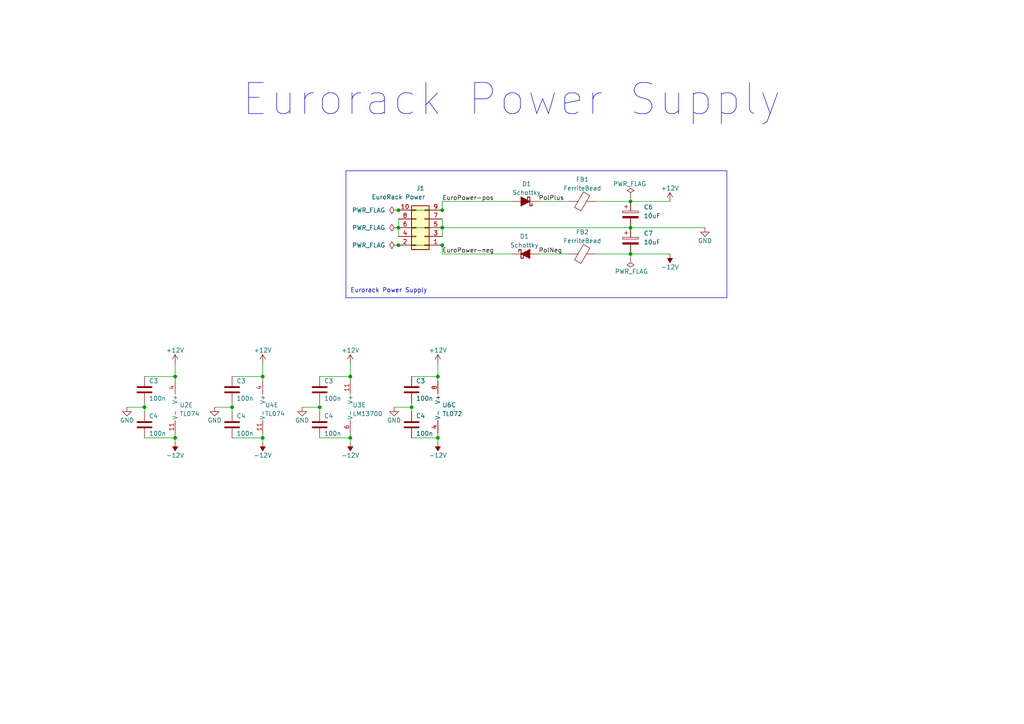
<source format=kicad_sch>
(kicad_sch (version 20230121) (generator eeschema)
  (paper "A4")
  (lib_symbols
    (symbol "*SCS:C-THL" (pin_numbers hide) (pin_names (offset 0.254))
      (property "Reference" "C" (at 0.635 2.54 0))
      (property "Value" "C" (at 0.635 -2.54 0))
      (symbol "C-THL_0_1"
        (polyline (pts (xy -2.032 -0.762) (xy 2.032 -0.762)) (stroke (width 0.508)))
        (polyline (pts (xy -2.032 0.762) (xy 2.032 0.762)) (stroke (width 0.508)))
      )
      (symbol "C-THL_1_1"
        (pin passive line (at 0 3.81 270) (length 2.794) (name "~") (number "1"))
        (pin passive line (at 0 -3.81 90) (length 2.794) (name "~") (number "2"))
      )
    )
    (symbol "*SCS:D_Schottky-THL" (pin_numbers hide) (pin_names (offset 1.016) hide)
      (property "Reference" "D" (at 0 2.54 0))
      (property "Value" "D_Schottky-THL" (at 0 -2.54 0))
      (symbol "D_Schottky-THL_0_1"
        (polyline (pts (xy 1.27 0) (xy -1.27 0)))
        (polyline (pts (xy -1.905 0.635) (xy -1.905 1.27) (xy -1.27 1.27) (xy -1.27 -1.27) (xy -0.635 -1.27) (xy -0.635 -0.635)) (stroke (width 0.254)))
      )
      (symbol "D_Schottky-THL_1_1"
        (polyline (pts (xy 1.27 1.27) (xy 1.27 -1.27) (xy -1.27 0) (xy 1.27 1.27)) (stroke (width 0.254)) (fill (type outline)))
        (pin passive line (at -3.81 0 0) (length 2.54) (name "K") (number "1"))
        (pin passive line (at 3.81 0 180) (length 2.54) (name "A") (number "2"))
      )
    )
    (symbol "*SCS:TL072" (pin_names (offset 0.127))
      (property "Reference" "U" (at 0.635 -3.81 0))
      (property "Value" "TL072" (at -3.81 0 0))
      (symbol "TL072_1_1"
        (polyline (pts (xy -5.08 5.08) (xy 5.08 0) (xy -5.08 -5.08) (xy -5.08 5.08)) (stroke (width 0.254)) (fill (type background)))
        (pin output line (at 7.62 0 180) (length 2.54) (name "~") (number "1"))
        (pin input line (at -7.62 -2.54 0) (length 2.54) (name "-") (number "2"))
        (pin input line (at -7.62 2.54 0) (length 2.54) (name "+") (number "3"))
      )
      (symbol "TL072_2_1"
        (polyline (pts (xy -5.08 5.08) (xy 5.08 0) (xy -5.08 -5.08) (xy -5.08 5.08)) (stroke (width 0.254)) (fill (type background)))
        (pin input line (at -7.62 2.54 0) (length 2.54) (name "+") (number "5"))
        (pin input line (at -7.62 -2.54 0) (length 2.54) (name "-") (number "6"))
        (pin output line (at 7.62 0 180) (length 2.54) (name "~") (number "7"))
      )
      (symbol "TL072_3_1"
        (pin power_in line (at -2.54 -7.62 90) (length 3.81) (name "V-") (number "4"))
        (pin power_in line (at -2.54 7.62 270) (length 3.81) (name "V+") (number "8"))
      )
    )
    (symbol "+12V_1" (power) (pin_numbers hide) (pin_names (offset 0) hide)
      (property "Value" "+12V_1" (at 0 3.556 0))
      (symbol "+12V_1_0_1"
        (polyline (pts (xy -0.762 1.27) (xy 0 2.54)))
        (polyline (pts (xy 0 0) (xy 0 2.54)))
        (polyline (pts (xy 0 2.54) (xy 0.762 1.27)))
      )
      (symbol "+12V_1_1_1"
        (pin power_in line (at 0 0 90) (length 0) hide (name "+12V") (number "1"))
      )
    )
    (symbol "Amplifier_Operational:LM13700" (pin_names (offset 0.127))
      (property "Reference" "U" (at 3.81 5.08 0))
      (property "Value" "LM13700" (at 5.08 -5.08 0))
      (symbol "LM13700_1_1"
        (polyline (pts (xy 3.81 -0.635) (xy 3.81 -2.54) (xy 5.08 -2.54)))
        (polyline (pts (xy 5.08 0) (xy -5.08 -5.08) (xy -5.08 5.08) (xy 5.08 0)) (stroke (width 0.254)) (fill (type background)))
        (pin output line (at 7.62 0 180) (length 2.54) (name "~") (number "12"))
        (pin input line (at -7.62 2.54 0) (length 2.54) (name "-") (number "13"))
        (pin input line (at -7.62 -2.54 0) (length 2.54) (name "+") (number "14"))
        (pin input line (at -7.62 0 0) (length 2.54) (name "DIODE_BIAS") (number "15"))
        (pin input line (at 7.62 -2.54 180) (length 2.54) (name "~") (number "16"))
      )
      (symbol "LM13700_2_0"
        (polyline (pts (xy -1.905 2.54) (xy -3.175 2.54)))
      )
      (symbol "LM13700_2_1"
        (circle (center -2.54 1.905) (radius 0.254) (stroke (width 0.254)) (fill (type outline)))
        (polyline (pts (xy -3.81 -0.635) (xy -2.54 -1.27)))
        (polyline (pts (xy -3.81 1.27) (xy -3.81 -1.27)))
        (polyline (pts (xy -2.54 -1.905) (xy -1.27 -2.54)))
        (polyline (pts (xy -2.54 0) (xy -2.54 -2.54)))
        (polyline (pts (xy -3.81 0.635) (xy -2.54 1.27) (xy -2.54 1.905) (xy -2.54 2.54)))
        (polyline (pts (xy -2.54 -1.27) (xy -3.175 -0.635) (xy -3.175 -1.27) (xy -2.54 -1.27)) (fill (type outline)))
        (polyline (pts (xy -2.54 -0.635) (xy -1.27 0) (xy -1.27 1.905) (xy -2.54 1.905)))
        (polyline (pts (xy -1.27 -2.54) (xy -1.905 -1.905) (xy -1.905 -2.54) (xy -1.27 -2.54)) (fill (type outline)))
        (text "V+" (at -2.54 3.81 0) (effects (font (size 1.27 1.27))))
        (pin input line (at -7.62 0 0) (length 3.81) (name "~") (number "10"))
        (pin output line (at 2.54 -2.54 180) (length 3.81) (name "~") (number "9"))
      )
      (symbol "LM13700_3_1"
        (polyline (pts (xy 3.81 -0.635) (xy 3.81 -2.54) (xy 5.08 -2.54)))
        (polyline (pts (xy 5.08 0) (xy -5.08 -5.08) (xy -5.08 5.08) (xy 5.08 0)) (stroke (width 0.254)) (fill (type background)))
        (pin input line (at 7.62 -2.54 180) (length 2.54) (name "~") (number "1"))
        (pin input line (at -7.62 0 0) (length 2.54) (name "DIODE_BIAS") (number "2"))
        (pin input line (at -7.62 -2.54 0) (length 2.54) (name "+") (number "3"))
        (pin input line (at -7.62 2.54 0) (length 2.54) (name "-") (number "4"))
        (pin output line (at 7.62 0 180) (length 2.54) (name "~") (number "5"))
      )
      (symbol "LM13700_4_0"
        (polyline (pts (xy -3.175 2.54) (xy -1.905 2.54)))
        (text "V+" (at -2.54 3.81 0) (effects (font (size 1.27 1.27))))
      )
      (symbol "LM13700_4_1"
        (circle (center -2.54 1.905) (radius 0.254) (stroke (width 0.254)) (fill (type outline)))
        (polyline (pts (xy -3.81 -0.635) (xy -2.54 -1.27)))
        (polyline (pts (xy -3.81 1.27) (xy -3.81 -1.27)))
        (polyline (pts (xy -2.54 -1.905) (xy -1.27 -2.54)))
        (polyline (pts (xy -2.54 0) (xy -2.54 -2.54)))
        (polyline (pts (xy -3.81 0.635) (xy -2.54 1.27) (xy -2.54 2.54)))
        (polyline (pts (xy -2.54 -1.27) (xy -3.175 -0.635) (xy -3.175 -1.27) (xy -2.54 -1.27)) (fill (type outline)))
        (polyline (pts (xy -2.54 -0.635) (xy -1.27 0) (xy -1.27 1.905) (xy -2.54 1.905)))
        (polyline (pts (xy -1.27 -2.54) (xy -1.905 -1.905) (xy -1.905 -2.54) (xy -1.27 -2.54)) (fill (type outline)))
        (pin input line (at -7.62 0 0) (length 3.81) (name "~") (number "7"))
        (pin output line (at 2.54 -2.54 180) (length 3.81) (name "~") (number "8"))
      )
      (symbol "LM13700_5_1"
        (pin power_in line (at -2.54 7.62 270) (length 3.81) (name "V+") (number "11"))
        (pin power_in line (at -2.54 -7.62 90) (length 3.81) (name "V-") (number "6"))
      )
    )
    (symbol "Amplifier_Operational:TL074" (pin_names (offset 0.127))
      (property "Reference" "U" (at 0 5.08 0))
      (property "Value" "TL074" (at 0 -5.08 0))
      (symbol "TL074_1_1"
        (polyline (pts (xy -5.08 5.08) (xy 5.08 0) (xy -5.08 -5.08) (xy -5.08 5.08)) (stroke (width 0.254)) (fill (type background)))
        (pin output line (at 7.62 0 180) (length 2.54) (name "~") (number "1"))
        (pin input line (at -7.62 -2.54 0) (length 2.54) (name "-") (number "2"))
        (pin input line (at -7.62 2.54 0) (length 2.54) (name "+") (number "3"))
      )
      (symbol "TL074_2_1"
        (polyline (pts (xy -5.08 5.08) (xy 5.08 0) (xy -5.08 -5.08) (xy -5.08 5.08)) (stroke (width 0.254)) (fill (type background)))
        (pin input line (at -7.62 2.54 0) (length 2.54) (name "+") (number "5"))
        (pin input line (at -7.62 -2.54 0) (length 2.54) (name "-") (number "6"))
        (pin output line (at 7.62 0 180) (length 2.54) (name "~") (number "7"))
      )
      (symbol "TL074_3_1"
        (polyline (pts (xy -5.08 5.08) (xy 5.08 0) (xy -5.08 -5.08) (xy -5.08 5.08)) (stroke (width 0.254)) (fill (type background)))
        (pin input line (at -7.62 2.54 0) (length 2.54) (name "+") (number "10"))
        (pin output line (at 7.62 0 180) (length 2.54) (name "~") (number "8"))
        (pin input line (at -7.62 -2.54 0) (length 2.54) (name "-") (number "9"))
      )
      (symbol "TL074_4_1"
        (polyline (pts (xy -5.08 5.08) (xy 5.08 0) (xy -5.08 -5.08) (xy -5.08 5.08)) (stroke (width 0.254)) (fill (type background)))
        (pin input line (at -7.62 2.54 0) (length 2.54) (name "+") (number "12"))
        (pin input line (at -7.62 -2.54 0) (length 2.54) (name "-") (number "13"))
        (pin output line (at 7.62 0 180) (length 2.54) (name "~") (number "14"))
      )
      (symbol "TL074_5_1"
        (pin power_in line (at -2.54 -7.62 90) (length 3.81) (name "V-") (number "11"))
        (pin power_in line (at -2.54 7.62 270) (length 3.81) (name "V+") (number "4"))
      )
    )
    (symbol "Connector_Generic:Conn_02x05_Odd_Even" (pin_names (offset 1.016) hide)
      (property "Reference" "J" (at 1.27 7.62 0))
      (property "Value" "Conn_02x05_Odd_Even" (at 1.27 -7.62 0))
      (symbol "Conn_02x05_Odd_Even_1_1"
        (rectangle (start -1.27 -4.953) (end 0 -5.207) (stroke (width 0.1524)))
        (rectangle (start -1.27 -2.413) (end 0 -2.667) (stroke (width 0.1524)))
        (rectangle (start -1.27 0.127) (end 0 -0.127) (stroke (width 0.1524)))
        (rectangle (start -1.27 2.667) (end 0 2.413) (stroke (width 0.1524)))
        (rectangle (start -1.27 5.207) (end 0 4.953) (stroke (width 0.1524)))
        (rectangle (start -1.27 6.35) (end 3.81 -6.35) (stroke (width 0.254)) (fill (type background)))
        (rectangle (start 3.81 -4.953) (end 2.54 -5.207) (stroke (width 0.1524)))
        (rectangle (start 3.81 -2.413) (end 2.54 -2.667) (stroke (width 0.1524)))
        (rectangle (start 3.81 0.127) (end 2.54 -0.127) (stroke (width 0.1524)))
        (rectangle (start 3.81 2.667) (end 2.54 2.413) (stroke (width 0.1524)))
        (rectangle (start 3.81 5.207) (end 2.54 4.953) (stroke (width 0.1524)))
        (pin passive line (at -5.08 5.08 0) (length 3.81) (name "Pin_1") (number "1"))
        (pin passive line (at 7.62 -5.08 180) (length 3.81) (name "Pin_10") (number "10"))
        (pin passive line (at 7.62 5.08 180) (length 3.81) (name "Pin_2") (number "2"))
        (pin passive line (at -5.08 2.54 0) (length 3.81) (name "Pin_3") (number "3"))
        (pin passive line (at 7.62 2.54 180) (length 3.81) (name "Pin_4") (number "4"))
        (pin passive line (at -5.08 0 0) (length 3.81) (name "Pin_5") (number "5"))
        (pin passive line (at 7.62 0 180) (length 3.81) (name "Pin_6") (number "6"))
        (pin passive line (at -5.08 -2.54 0) (length 3.81) (name "Pin_7") (number "7"))
        (pin passive line (at 7.62 -2.54 180) (length 3.81) (name "Pin_8") (number "8"))
        (pin passive line (at -5.08 -5.08 0) (length 3.81) (name "Pin_9") (number "9"))
      )
    )
    (symbol "Device:C_Polarized" (pin_numbers hide) (pin_names (offset 0.254))
      (property "Reference" "C" (at 0.635 2.54 0))
      (property "Value" "C_Polarized" (at 0.635 -2.54 0))
      (symbol "C_Polarized_0_1"
        (rectangle (start -2.286 0.508) (end 2.286 1.016))
        (polyline (pts (xy -1.778 2.286) (xy -0.762 2.286)))
        (polyline (pts (xy -1.27 2.794) (xy -1.27 1.778)))
        (rectangle (start 2.286 -0.508) (end -2.286 -1.016) (fill (type outline)))
      )
      (symbol "C_Polarized_1_1"
        (pin passive line (at 0 3.81 270) (length 2.794) (name "~") (number "1"))
        (pin passive line (at 0 -3.81 90) (length 2.794) (name "~") (number "2"))
      )
    )
    (symbol "Device:FerriteBead" (pin_numbers hide) (pin_names (offset 0))
      (property "Reference" "FB" (at -3.81 0.635 90))
      (property "Value" "FerriteBead" (at 3.81 0 90))
      (symbol "FerriteBead_0_1"
        (polyline (pts (xy 0 -1.27) (xy 0 -1.2192)))
        (polyline (pts (xy 0 1.27) (xy 0 1.2954)))
        (polyline (pts (xy -2.7686 0.4064) (xy -1.7018 2.2606) (xy 2.7686 -0.3048) (xy 1.6764 -2.159) (xy -2.7686 0.4064)))
      )
      (symbol "FerriteBead_1_1"
        (pin passive line (at 0 3.81 270) (length 2.54) (name "~") (number "1"))
        (pin passive line (at 0 -3.81 90) (length 2.54) (name "~") (number "2"))
      )
    )
    (symbol "GND_1" (power) (pin_numbers hide) (pin_names (offset 0) hide)
      (property "Value" "GND_1" (at 0 -3.81 0))
      (symbol "GND_1_0_1"
        (polyline (pts (xy 0 0) (xy 0 -1.27) (xy 1.27 -1.27) (xy 0 -2.54) (xy -1.27 -1.27) (xy 0 -1.27)))
      )
      (symbol "GND_1_1_1"
        (pin power_in line (at 0 0 270) (length 0) hide (name "GND") (number "1"))
      )
    )
    (symbol "power:-12V" (power) (pin_numbers hide) (pin_names (offset 0) hide)
      (property "Value" "-12V" (at 0 3.81 0))
      (symbol "-12V_0_0"
        (pin power_in line (at 0 0 90) (length 0) hide (name "-12V") (number "1"))
      )
      (symbol "-12V_0_1"
        (polyline (pts (xy 0 0) (xy 0 1.27) (xy 0.762 1.27) (xy 0 2.54) (xy -0.762 1.27) (xy 0 1.27)) (fill (type outline)))
      )
    )
    (symbol "power:PWR_FLAG" (power) (pin_numbers hide) (pin_names (offset 0) hide)
      (property "Value" "PWR_FLAG" (at 0 3.81 0))
      (symbol "PWR_FLAG_0_0"
        (pin power_out line (at 0 0 90) (length 0) (name "pwr") (number "1"))
      )
      (symbol "PWR_FLAG_0_1"
        (polyline (pts (xy 0 0) (xy 0 1.27) (xy -1.016 1.905) (xy 0 2.54) (xy 1.016 1.905) (xy 0 1.27)))
      )
    )
  )
  (junction (at 128.27 71.12))
  (junction (at 127 127))
  (junction (at 92.71 118.11))
  (junction (at 182.88 58.42))
  (junction (at 115.57 71.12))
  (junction (at 128.27 60.96))
  (junction (at 115.57 66.04))
  (junction (at 182.88 73.66))
  (junction (at 76.2 127))
  (junction (at 50.8 127))
  (junction (at 127 109.22))
  (junction (at 128.27 66.04))
  (junction (at 50.8 109.22))
  (junction (at 101.6 109.22))
  (junction (at 67.31 118.11))
  (junction (at 41.91 118.11))
  (junction (at 119.38 118.11))
  (junction (at 101.6 127))
  (junction (at 76.2 109.22))
  (junction (at 115.57 60.96))
  (junction (at 182.88 66.04))
  (wire (pts (xy 119.38 109.22) (xy 127 109.22)))
  (wire (pts (xy 115.57 63.5) (xy 115.57 66.04)))
  (wire (pts (xy 92.71 109.22) (xy 101.6 109.22)))
  (wire (pts (xy 92.71 118.11) (xy 92.71 119.38)))
  (wire (pts (xy 114.3 118.11) (xy 119.38 118.11)))
  (wire (pts (xy 182.88 57.15) (xy 182.88 58.42)))
  (wire (pts (xy 50.8 105.41) (xy 50.8 109.22)))
  (wire (pts (xy 182.88 74.93) (xy 182.88 73.66)))
  (wire (pts (xy 128.27 73.66) (xy 128.27 71.12)))
  (wire (pts (xy 76.2 105.41) (xy 76.2 109.22)))
  (wire (pts (xy 92.71 127) (xy 101.6 127)))
  (wire (pts (xy 182.88 58.42) (xy 194.31 58.42)))
  (wire (pts (xy 128.27 63.5) (xy 128.27 66.04)))
  (wire (pts (xy 92.71 116.84) (xy 92.71 118.11)))
  (wire (pts (xy 128.27 66.04) (xy 182.88 66.04)))
  (wire (pts (xy 128.27 58.42) (xy 128.27 60.96)))
  (polyline (pts (xy 100.33 49.53) (xy 100.33 86.36)))
  (wire (pts (xy 41.91 109.22) (xy 50.8 109.22)))
  (wire (pts (xy 182.88 73.66) (xy 194.31 73.66)))
  (wire (pts (xy 67.31 116.84) (xy 67.31 118.11)))
  (wire (pts (xy 115.57 60.96) (xy 128.27 60.96)))
  (wire (pts (xy 101.6 125.73) (xy 101.6 127)))
  (wire (pts (xy 50.8 109.22) (xy 50.8 110.49)))
  (wire (pts (xy 50.8 125.73) (xy 50.8 127)))
  (wire (pts (xy 87.63 118.11) (xy 92.71 118.11)))
  (wire (pts (xy 127 127) (xy 127 128.27)))
  (wire (pts (xy 115.57 71.12) (xy 128.27 71.12)))
  (wire (pts (xy 50.8 128.27) (xy 50.8 127)))
  (wire (pts (xy 128.27 73.66) (xy 148.59 73.66)))
  (polyline (pts (xy 100.33 86.36) (xy 210.82 86.36)))
  (wire (pts (xy 172.72 58.42) (xy 182.88 58.42)))
  (wire (pts (xy 127 109.22) (xy 127 110.49)))
  (wire (pts (xy 182.88 66.04) (xy 204.47 66.04)))
  (wire (pts (xy 156.21 58.42) (xy 165.1 58.42)))
  (wire (pts (xy 101.6 105.41) (xy 101.6 109.22)))
  (wire (pts (xy 62.23 118.11) (xy 67.31 118.11)))
  (wire (pts (xy 76.2 128.27) (xy 76.2 127)))
  (wire (pts (xy 115.57 68.58) (xy 115.57 66.04)))
  (wire (pts (xy 127 105.41) (xy 127 109.22)))
  (polyline (pts (xy 100.33 49.53) (xy 210.82 49.53)))
  (wire (pts (xy 76.2 109.22) (xy 76.2 110.49)))
  (wire (pts (xy 67.31 118.11) (xy 67.31 119.38)))
  (wire (pts (xy 172.72 73.66) (xy 182.88 73.66)))
  (wire (pts (xy 119.38 116.84) (xy 119.38 118.11)))
  (wire (pts (xy 76.2 125.73) (xy 76.2 127)))
  (wire (pts (xy 41.91 116.84) (xy 41.91 118.11)))
  (wire (pts (xy 67.31 109.22) (xy 76.2 109.22)))
  (wire (pts (xy 115.57 66.04) (xy 128.27 66.04)))
  (wire (pts (xy 156.21 73.66) (xy 165.1 73.66)))
  (wire (pts (xy 36.83 118.11) (xy 41.91 118.11)))
  (wire (pts (xy 119.38 127) (xy 127 127)))
  (wire (pts (xy 67.31 127) (xy 76.2 127)))
  (wire (pts (xy 128.27 66.04) (xy 128.27 68.58)))
  (wire (pts (xy 119.38 118.11) (xy 119.38 119.38)))
  (wire (pts (xy 127 125.73) (xy 127 127)))
  (wire (pts (xy 101.6 128.27) (xy 101.6 127)))
  (wire (pts (xy 128.27 58.42) (xy 148.59 58.42)))
  (wire (pts (xy 101.6 109.22) (xy 101.6 110.49)))
  (polyline (pts (xy 210.82 86.36) (xy 210.82 49.53)))
  (wire (pts (xy 41.91 127) (xy 50.8 127)))
  (wire (pts (xy 41.91 118.11) (xy 41.91 119.38)))
  (text "Eurorack Power Supply" (at 101.6 85.09 0) (effects (font (size 1.27 1.27)) (justify left bottom)))
  (text "Eurorack Power Supply" (at 69.85 34.29 0) (effects (font (size 9 9)) (justify left bottom)))
  (label "EuroPower-neg" (at 128.27 73.66 0) (property "Netclass" "Power" (effects hide)))
  (label "EuroPower-pos" (at 128.27 58.42 0) (property "Netclass" "Power" (effects hide)))
  (label "PolNeg" (at 156.21 73.66 0))
  (label "PolPlus" (at 156.21 58.42 0))
  (symbol (lib_id "*SCS:C-THL") (at 67.31 123.19 0) (unit 1)
    (property "Reference" "C4" (at 68.58 120.65 0) (effects (justify left)))
    (property "Value" "100n" (at 68.58 125.73 0) (effects (justify left)))
    (property "Footprint" "Capacitor_THT:C_Disc_D4.3mm_W1.9mm_P5.00mm" (effects hide))
    (instances (project "MOL" (path "" (reference "C4") (unit 1)) (path "" (reference "C14") (unit 1))))
  )
  (symbol (lib_id "Connector_Generic:Conn_02x05_Odd_Even") (at 123.19 66.04 180) (unit 1)
    (property "Reference" "J1" (at 121.92 54.61 0))
    (property "Value" "EuroRack Power" (at 115.57 57.15 0))
    (property "Footprint" "Connector_IDC:IDC-Header_2x05_P2.54mm_Vertical" (effects hide))
  )
  (symbol (lib_id "*SCS:C-THL") (at 41.91 113.03 0) (unit 1)
    (property "Reference" "C3" (at 43.18 110.49 0) (effects (justify left)))
    (property "Value" "100n" (at 43.18 115.57 0) (effects (justify left)))
    (property "Footprint" "Capacitor_THT:C_Disc_D4.3mm_W1.9mm_P5.00mm" (effects hide))
  )
  (symbol (lib_name "+12V_1") (lib_id "power:+12V") (at 127 105.41 0) (unit 1)
    (property "Reference" "#PWR060" (effects hide))
    (property "Value" "+12V" (at 127 101.6 0))
    (instances (project "MOL" (path "" (reference "#PWR060") (unit 1)) (path "" (reference "#PWR017") (unit 1))))
  )
  (symbol (lib_id "*SCS:C-THL") (at 92.71 123.19 0) (unit 1)
    (property "Reference" "C4" (at 93.98 120.65 0) (effects (justify left)))
    (property "Value" "100n" (at 93.98 125.73 0) (effects (justify left)))
    (property "Footprint" "Capacitor_THT:C_Disc_D4.3mm_W1.9mm_P5.00mm" (effects hide))
    (instances (project "MOL" (path "" (reference "C4") (unit 1)) (path "" (reference "C16") (unit 1))))
  )
  (symbol (lib_id "*SCS:C-THL") (at 41.91 123.19 0) (unit 1)
    (property "Reference" "C4" (at 43.18 120.65 0) (effects (justify left)))
    (property "Value" "100n" (at 43.18 125.73 0) (effects (justify left)))
    (property "Footprint" "Capacitor_THT:C_Disc_D4.3mm_W1.9mm_P5.00mm" (effects hide))
  )
  (symbol (lib_id "*SCS:C-THL") (at 119.38 113.03 0) (unit 1)
    (property "Reference" "C3" (at 120.65 110.49 0) (effects (justify left)))
    (property "Value" "100n" (at 120.65 115.57 0) (effects (justify left)))
    (property "Footprint" "Capacitor_THT:C_Disc_D4.3mm_W1.9mm_P5.00mm" (effects hide))
    (instances (project "MOL" (path "" (reference "C3") (unit 1)) (path "" (reference "C17") (unit 1))))
  )
  (symbol (lib_name "+12V_1") (lib_id "power:+12V") (at 101.6 105.41 0) (unit 1)
    (property "Reference" "#PWR047" (effects hide))
    (property "Value" "+12V" (at 101.6 101.6 0))
    (instances (project "MOL" (path "" (reference "#PWR047") (unit 1)) (path "" (reference "#PWR017") (unit 1))))
  )
  (symbol (lib_id "*SCS:C-THL") (at 92.71 113.03 0) (unit 1)
    (property "Reference" "C3" (at 93.98 110.49 0) (effects (justify left)))
    (property "Value" "100n" (at 93.98 115.57 0) (effects (justify left)))
    (property "Footprint" "Capacitor_THT:C_Disc_D4.3mm_W1.9mm_P5.00mm" (effects hide))
    (instances (project "MOL" (path "" (reference "C3") (unit 1)) (path "" (reference "C15") (unit 1))))
  )
  (symbol (lib_id "power:-12V") (at 194.31 73.66 180) (unit 1)
    (property "Reference" "#PWR04" (effects hide))
    (property "Value" "-12V" (at 194.31 77.47 0))
  )
  (symbol (lib_id "*SCS:TL072") (at 124.46 118.11 0) (mirror y) (unit 3)
    (property "Reference" "U6" (at 128.27 117.475 0) (effects (justify right)))
    (property "Value" "TL072" (at 128.27 120.015 0) (effects (justify right)))
    (property "Footprint" "Package_DIP:DIP-8_W7.62mm_Socket" (effects hide))
    (property "Datasheet" "http://www.ti.com/lit/ds/symlink/lm358.pdf" (effects hide))
    (instances (project "MOL" (path "" (reference "U6") (unit 3)) (path "" (reference "U5") (unit 3))))
  )
  (symbol (lib_id "*SCS:D_Schottky-THL") (at 152.4 73.66 0) (unit 1)
    (property "Reference" "D1" (at 152.0825 68.58 0))
    (property "Value" "Schottky" (at 152.0825 71.12 0))
    (property "Footprint" "*SCS_ScruffyCat:D_DO-35_SOD27_P2.54mm_Vertical_KathodeUp" (effects hide))
    (instances (project "Punkys-new-brew" (path "" (reference "D1") (unit 1))) (project "MOL" (path "" (reference "D2") (unit 1))))
  )
  (symbol (lib_id "Device:C_Polarized") (at 182.88 69.85 0) (unit 1)
    (property "Reference" "C7" (at 186.69 67.6909 0) (effects (justify left)))
    (property "Value" "10uF" (at 186.69 70.2309 0) (effects (justify left)))
    (property "Footprint" "Capacitor_THT:CP_Radial_D5.0mm_P2.50mm" (effects hide))
  )
  (symbol (lib_name "+12V_1") (lib_id "power:+12V") (at 194.31 58.42 0) (unit 1)
    (property "Reference" "#PWR03" (effects hide))
    (property "Value" "+12V" (at 194.31 54.61 0))
  )
  (symbol (lib_id "power:-12V") (at 50.8 128.27 180) (unit 1)
    (property "Reference" "#PWR019" (effects hide))
    (property "Value" "-12V" (at 50.8 132.08 0))
    (instances (project "MOL" (path "" (reference "#PWR019") (unit 1)) (path "" (reference "#PWR018") (unit 1))))
  )
  (symbol (lib_name "GND_1") (lib_id "power:GND") (at 204.47 66.04 0) (unit 1)
    (property "Reference" "#PWR05" (effects hide))
    (property "Value" "GND" (at 204.47 69.85 0))
  )
  (symbol (lib_id "power:PWR_FLAG") (at 115.57 71.12 90) (unit 1)
    (property "Reference" "#FLG03" (effects hide))
    (property "Value" "PWR_FLAG" (at 111.76 71.1199 90) (effects (justify left)))
  )
  (symbol (lib_name "GND_1") (lib_id "power:GND") (at 87.63 118.11 0) (unit 1)
    (property "Reference" "#PWR046" (effects hide))
    (property "Value" "GND" (at 87.63 121.92 0))
    (instances (project "MOL" (path "" (reference "#PWR046") (unit 1)) (path "" (reference "#PWR019") (unit 1))))
  )
  (symbol (lib_id "power:PWR_FLAG") (at 115.57 66.04 90) (unit 1)
    (property "Reference" "#FLG02" (effects hide))
    (property "Value" "PWR_FLAG" (at 111.76 66.0399 90) (effects (justify left)))
  )
  (symbol (lib_id "Amplifier_Operational:LM13700") (at 104.14 118.11 0) (unit 5)
    (property "Reference" "U3" (at 102.235 117.475 0) (effects (justify left)))
    (property "Value" "LM13700" (at 102.235 120.015 0) (effects (justify left)))
    (property "Footprint" "Package_DIP:DIP-16_W7.62mm_Socket" (effects hide))
    (property "Datasheet" "http://www.ti.com/lit/ds/symlink/lm13700.pdf" (effects hide))
  )
  (symbol (lib_id "*SCS:D_Schottky-THL") (at 152.4 58.42 180) (unit 1)
    (property "Reference" "D1" (at 152.7175 53.34 0))
    (property "Value" "Schottky" (at 152.7175 55.88 0))
    (property "Footprint" "*SCS_ScruffyCat:D_DO-35_SOD27_P2.54mm_Vertical_KathodeUp" (effects hide))
  )
  (symbol (lib_id "power:-12V") (at 127 128.27 180) (unit 1)
    (property "Reference" "#PWR061" (effects hide))
    (property "Value" "-12V" (at 127 132.08 0))
    (instances (project "MOL" (path "" (reference "#PWR061") (unit 1)) (path "" (reference "#PWR018") (unit 1))))
  )
  (symbol (lib_id "Device:FerriteBead") (at 168.91 73.66 90) (unit 1)
    (property "Reference" "FB2" (at 168.91 67.31 90))
    (property "Value" "FerriteBead" (at 168.91 69.85 90))
    (property "Footprint" "Resistor_THT:R_Axial_DIN0411_L9.9mm_D3.6mm_P5.08mm_Vertical" (effects hide))
  )
  (symbol (lib_id "Amplifier_Operational:TL074") (at 78.74 118.11 0) (unit 5)
    (property "Reference" "U4" (at 76.835 117.475 0) (effects (justify left)))
    (property "Value" "TL074" (at 76.835 120.015 0) (effects (justify left)))
    (property "Footprint" "Package_DIP:DIP-14_W7.62mm_Socket" (effects hide))
    (property "Datasheet" "http://www.ti.com/lit/ds/symlink/tl071.pdf" (effects hide))
  )
  (symbol (lib_id "*SCS:C-THL") (at 119.38 123.19 0) (unit 1)
    (property "Reference" "C4" (at 120.65 120.65 0) (effects (justify left)))
    (property "Value" "100n" (at 120.65 125.73 0) (effects (justify left)))
    (property "Footprint" "Capacitor_THT:C_Disc_D4.3mm_W1.9mm_P5.00mm" (effects hide))
    (instances (project "MOL" (path "" (reference "C4") (unit 1)) (path "" (reference "C18") (unit 1))))
  )
  (symbol (lib_name "+12V_1") (lib_id "power:+12V") (at 50.8 105.41 0) (unit 1)
    (property "Reference" "#PWR018" (effects hide))
    (property "Value" "+12V" (at 50.8 101.6 0))
    (instances (project "MOL" (path "" (reference "#PWR018") (unit 1)) (path "" (reference "#PWR017") (unit 1))))
  )
  (symbol (lib_name "GND_1") (lib_id "power:GND") (at 62.23 118.11 0) (unit 1)
    (property "Reference" "#PWR045" (effects hide))
    (property "Value" "GND" (at 62.23 121.92 0))
    (instances (project "MOL" (path "" (reference "#PWR045") (unit 1)) (path "" (reference "#PWR019") (unit 1))))
  )
  (symbol (lib_id "power:PWR_FLAG") (at 182.88 57.15 0) (unit 1)
    (property "Reference" "#FLG04" (effects hide))
    (property "Value" "PWR_FLAG" (at 177.8 53.34 0) (effects (justify left)))
  )
  (symbol (lib_id "Amplifier_Operational:TL074") (at 53.34 118.11 0) (unit 5)
    (property "Reference" "U2" (at 52.07 117.475 0) (effects (justify left)))
    (property "Value" "TL074" (at 52.07 120.015 0) (effects (justify left)))
    (property "Footprint" "Package_DIP:DIP-14_W7.62mm_Socket" (effects hide))
    (property "Datasheet" "http://www.ti.com/lit/ds/symlink/tl071.pdf" (effects hide))
  )
  (symbol (lib_id "Device:FerriteBead") (at 168.91 58.42 90) (unit 1)
    (property "Reference" "FB1" (at 168.91 52.07 90))
    (property "Value" "FerriteBead" (at 168.91 54.61 90))
    (property "Footprint" "Resistor_THT:R_Axial_DIN0411_L9.9mm_D3.6mm_P5.08mm_Vertical" (effects hide))
  )
  (symbol (lib_name "GND_1") (lib_id "power:GND") (at 114.3 118.11 0) (unit 1)
    (property "Reference" "#PWR062" (effects hide))
    (property "Value" "GND" (at 114.3 121.92 0))
    (instances (project "MOL" (path "" (reference "#PWR062") (unit 1)) (path "" (reference "#PWR019") (unit 1))))
  )
  (symbol (lib_id "Device:C_Polarized") (at 182.88 62.23 0) (unit 1)
    (property "Reference" "C6" (at 186.69 60.0709 0) (effects (justify left)))
    (property "Value" "10uF" (at 186.69 62.6109 0) (effects (justify left)))
    (property "Footprint" "Capacitor_THT:CP_Radial_D5.0mm_P2.50mm" (effects hide))
  )
  (symbol (lib_name "+12V_1") (lib_id "power:+12V") (at 76.2 105.41 0) (unit 1)
    (property "Reference" "#PWR043" (effects hide))
    (property "Value" "+12V" (at 76.2 101.6 0))
    (instances (project "MOL" (path "" (reference "#PWR043") (unit 1)) (path "" (reference "#PWR017") (unit 1))))
  )
  (symbol (lib_id "*SCS:C-THL") (at 67.31 113.03 0) (unit 1)
    (property "Reference" "C3" (at 68.58 110.49 0) (effects (justify left)))
    (property "Value" "100n" (at 68.58 115.57 0) (effects (justify left)))
    (property "Footprint" "Capacitor_THT:C_Disc_D4.3mm_W1.9mm_P5.00mm" (effects hide))
    (instances (project "MOL" (path "" (reference "C3") (unit 1)) (path "" (reference "C13") (unit 1))))
  )
  (symbol (lib_id "power:-12V") (at 76.2 128.27 180) (unit 1)
    (property "Reference" "#PWR044" (effects hide))
    (property "Value" "-12V" (at 76.2 132.08 0))
    (instances (project "MOL" (path "" (reference "#PWR044") (unit 1)) (path "" (reference "#PWR018") (unit 1))))
  )
  (symbol (lib_id "power:PWR_FLAG") (at 182.88 74.93 180) (unit 1)
    (property "Reference" "#FLG05" (effects hide))
    (property "Value" "PWR_FLAG" (at 187.96 78.74 0) (effects (justify left)))
  )
  (symbol (lib_id "power:-12V") (at 101.6 128.27 180) (unit 1)
    (property "Reference" "#PWR048" (effects hide))
    (property "Value" "-12V" (at 101.6 132.08 0))
    (instances (project "MOL" (path "" (reference "#PWR048") (unit 1)) (path "" (reference "#PWR018") (unit 1))))
  )
  (symbol (lib_name "GND_1") (lib_id "power:GND") (at 36.83 118.11 0) (unit 1)
    (property "Reference" "#PWR017" (effects hide))
    (property "Value" "GND" (at 36.83 121.92 0))
    (instances (project "MOL" (path "" (reference "#PWR017") (unit 1)) (path "" (reference "#PWR019") (unit 1))))
  )
  (symbol (lib_id "power:PWR_FLAG") (at 115.57 60.96 90) (unit 1)
    (property "Reference" "#FLG01" (effects hide))
    (property "Value" "PWR_FLAG" (at 111.76 60.96 90) (effects (justify left)))
  )
)
</source>
